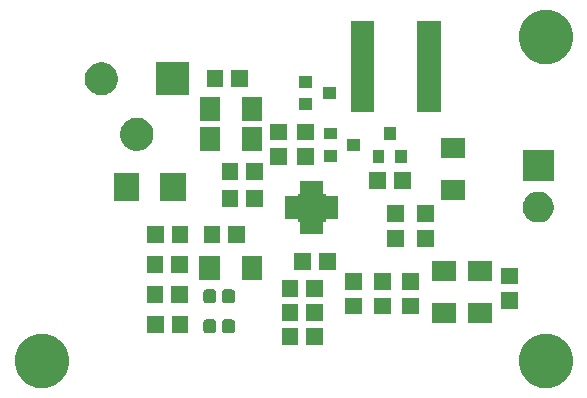
<source format=gbr>
G04 #@! TF.GenerationSoftware,KiCad,Pcbnew,(5.0.1-3-g963ef8bb5)*
G04 #@! TF.CreationDate,2018-11-04T15:31:46-05:00*
G04 #@! TF.ProjectId,Solar LiPo Charger,536F6C6172204C69506F204368617267,1A*
G04 #@! TF.SameCoordinates,Original*
G04 #@! TF.FileFunction,Soldermask,Top*
G04 #@! TF.FilePolarity,Negative*
%FSLAX46Y46*%
G04 Gerber Fmt 4.6, Leading zero omitted, Abs format (unit mm)*
G04 Created by KiCad (PCBNEW (5.0.1-3-g963ef8bb5)) date Sunday, November 04, 2018 at 03:31:46 PM*
%MOMM*%
%LPD*%
G01*
G04 APERTURE LIST*
%ADD10C,0.100000*%
G04 APERTURE END LIST*
D10*
G36*
X150742909Y-95771883D02*
X151039354Y-95830850D01*
X151458214Y-96004347D01*
X151835185Y-96256232D01*
X152155768Y-96576815D01*
X152407653Y-96953786D01*
X152581150Y-97372646D01*
X152669600Y-97817313D01*
X152669600Y-98270687D01*
X152581150Y-98715354D01*
X152407653Y-99134214D01*
X152155768Y-99511185D01*
X151835185Y-99831768D01*
X151458214Y-100083653D01*
X151039354Y-100257150D01*
X150742909Y-100316117D01*
X150594688Y-100345600D01*
X150141312Y-100345600D01*
X149993091Y-100316117D01*
X149696646Y-100257150D01*
X149277786Y-100083653D01*
X148900815Y-99831768D01*
X148580232Y-99511185D01*
X148328347Y-99134214D01*
X148154850Y-98715354D01*
X148066400Y-98270687D01*
X148066400Y-97817313D01*
X148154850Y-97372646D01*
X148328347Y-96953786D01*
X148580232Y-96576815D01*
X148900815Y-96256232D01*
X149277786Y-96004347D01*
X149696646Y-95830850D01*
X149993091Y-95771883D01*
X150141312Y-95742400D01*
X150594688Y-95742400D01*
X150742909Y-95771883D01*
X150742909Y-95771883D01*
G37*
G36*
X108070909Y-95771883D02*
X108367354Y-95830850D01*
X108786214Y-96004347D01*
X109163185Y-96256232D01*
X109483768Y-96576815D01*
X109735653Y-96953786D01*
X109909150Y-97372646D01*
X109997600Y-97817313D01*
X109997600Y-98270687D01*
X109909150Y-98715354D01*
X109735653Y-99134214D01*
X109483768Y-99511185D01*
X109163185Y-99831768D01*
X108786214Y-100083653D01*
X108367354Y-100257150D01*
X108070909Y-100316117D01*
X107922688Y-100345600D01*
X107469312Y-100345600D01*
X107321091Y-100316117D01*
X107024646Y-100257150D01*
X106605786Y-100083653D01*
X106228815Y-99831768D01*
X105908232Y-99511185D01*
X105656347Y-99134214D01*
X105482850Y-98715354D01*
X105394400Y-98270687D01*
X105394400Y-97817313D01*
X105482850Y-97372646D01*
X105656347Y-96953786D01*
X105908232Y-96576815D01*
X106228815Y-96256232D01*
X106605786Y-96004347D01*
X107024646Y-95830850D01*
X107321091Y-95771883D01*
X107469312Y-95742400D01*
X107922688Y-95742400D01*
X108070909Y-95771883D01*
X108070909Y-95771883D01*
G37*
G36*
X131511600Y-96713600D02*
X130108400Y-96713600D01*
X130108400Y-95310400D01*
X131511600Y-95310400D01*
X131511600Y-96713600D01*
X131511600Y-96713600D01*
G37*
G36*
X129411600Y-96713600D02*
X128008400Y-96713600D01*
X128008400Y-95310400D01*
X129411600Y-95310400D01*
X129411600Y-96713600D01*
X129411600Y-96713600D01*
G37*
G36*
X123837533Y-94551332D02*
X123883284Y-94565211D01*
X123925457Y-94587752D01*
X123962416Y-94618084D01*
X123992748Y-94655043D01*
X124015289Y-94697216D01*
X124029168Y-94742967D01*
X124034100Y-94793041D01*
X124034100Y-95452959D01*
X124029168Y-95503033D01*
X124015289Y-95548784D01*
X123992748Y-95590957D01*
X123962416Y-95627916D01*
X123925457Y-95658248D01*
X123883284Y-95680789D01*
X123837533Y-95694668D01*
X123787459Y-95699600D01*
X123202541Y-95699600D01*
X123152467Y-95694668D01*
X123106716Y-95680789D01*
X123064543Y-95658248D01*
X123027584Y-95627916D01*
X122997252Y-95590957D01*
X122974711Y-95548784D01*
X122960832Y-95503033D01*
X122955900Y-95452959D01*
X122955900Y-94793041D01*
X122960832Y-94742967D01*
X122974711Y-94697216D01*
X122997252Y-94655043D01*
X123027584Y-94618084D01*
X123064543Y-94587752D01*
X123106716Y-94565211D01*
X123152467Y-94551332D01*
X123202541Y-94546400D01*
X123787459Y-94546400D01*
X123837533Y-94551332D01*
X123837533Y-94551332D01*
G37*
G36*
X122262533Y-94551332D02*
X122308284Y-94565211D01*
X122350457Y-94587752D01*
X122387416Y-94618084D01*
X122417748Y-94655043D01*
X122440289Y-94697216D01*
X122454168Y-94742967D01*
X122459100Y-94793041D01*
X122459100Y-95452959D01*
X122454168Y-95503033D01*
X122440289Y-95548784D01*
X122417748Y-95590957D01*
X122387416Y-95627916D01*
X122350457Y-95658248D01*
X122308284Y-95680789D01*
X122262533Y-95694668D01*
X122212459Y-95699600D01*
X121627541Y-95699600D01*
X121577467Y-95694668D01*
X121531716Y-95680789D01*
X121489543Y-95658248D01*
X121452584Y-95627916D01*
X121422252Y-95590957D01*
X121399711Y-95548784D01*
X121385832Y-95503033D01*
X121380900Y-95452959D01*
X121380900Y-94793041D01*
X121385832Y-94742967D01*
X121399711Y-94697216D01*
X121422252Y-94655043D01*
X121452584Y-94618084D01*
X121489543Y-94587752D01*
X121531716Y-94565211D01*
X121577467Y-94551332D01*
X121627541Y-94546400D01*
X122212459Y-94546400D01*
X122262533Y-94551332D01*
X122262533Y-94551332D01*
G37*
G36*
X120115600Y-95697600D02*
X118712400Y-95697600D01*
X118712400Y-94294400D01*
X120115600Y-94294400D01*
X120115600Y-95697600D01*
X120115600Y-95697600D01*
G37*
G36*
X118015600Y-95697600D02*
X116612400Y-95697600D01*
X116612400Y-94294400D01*
X118015600Y-94294400D01*
X118015600Y-95697600D01*
X118015600Y-95697600D01*
G37*
G36*
X142733600Y-94875600D02*
X140730400Y-94875600D01*
X140730400Y-93172400D01*
X142733600Y-93172400D01*
X142733600Y-94875600D01*
X142733600Y-94875600D01*
G37*
G36*
X145781600Y-94875600D02*
X143778400Y-94875600D01*
X143778400Y-93172400D01*
X145781600Y-93172400D01*
X145781600Y-94875600D01*
X145781600Y-94875600D01*
G37*
G36*
X131511600Y-94681600D02*
X130108400Y-94681600D01*
X130108400Y-93278400D01*
X131511600Y-93278400D01*
X131511600Y-94681600D01*
X131511600Y-94681600D01*
G37*
G36*
X129411600Y-94681600D02*
X128008400Y-94681600D01*
X128008400Y-93278400D01*
X129411600Y-93278400D01*
X129411600Y-94681600D01*
X129411600Y-94681600D01*
G37*
G36*
X139639600Y-94114600D02*
X138236400Y-94114600D01*
X138236400Y-92711400D01*
X139639600Y-92711400D01*
X139639600Y-94114600D01*
X139639600Y-94114600D01*
G37*
G36*
X137226600Y-94114600D02*
X135823400Y-94114600D01*
X135823400Y-92711400D01*
X137226600Y-92711400D01*
X137226600Y-94114600D01*
X137226600Y-94114600D01*
G37*
G36*
X134813600Y-94114600D02*
X133410400Y-94114600D01*
X133410400Y-92711400D01*
X134813600Y-92711400D01*
X134813600Y-94114600D01*
X134813600Y-94114600D01*
G37*
G36*
X148021600Y-93665600D02*
X146618400Y-93665600D01*
X146618400Y-92262400D01*
X148021600Y-92262400D01*
X148021600Y-93665600D01*
X148021600Y-93665600D01*
G37*
G36*
X123837533Y-92011332D02*
X123883284Y-92025211D01*
X123925457Y-92047752D01*
X123962416Y-92078084D01*
X123992748Y-92115043D01*
X124015289Y-92157216D01*
X124029168Y-92202967D01*
X124034100Y-92253041D01*
X124034100Y-92912959D01*
X124029168Y-92963033D01*
X124015289Y-93008784D01*
X123992748Y-93050957D01*
X123962416Y-93087916D01*
X123925457Y-93118248D01*
X123883284Y-93140789D01*
X123837533Y-93154668D01*
X123787459Y-93159600D01*
X123202541Y-93159600D01*
X123152467Y-93154668D01*
X123106716Y-93140789D01*
X123064543Y-93118248D01*
X123027584Y-93087916D01*
X122997252Y-93050957D01*
X122974711Y-93008784D01*
X122960832Y-92963033D01*
X122955900Y-92912959D01*
X122955900Y-92253041D01*
X122960832Y-92202967D01*
X122974711Y-92157216D01*
X122997252Y-92115043D01*
X123027584Y-92078084D01*
X123064543Y-92047752D01*
X123106716Y-92025211D01*
X123152467Y-92011332D01*
X123202541Y-92006400D01*
X123787459Y-92006400D01*
X123837533Y-92011332D01*
X123837533Y-92011332D01*
G37*
G36*
X122262533Y-92011332D02*
X122308284Y-92025211D01*
X122350457Y-92047752D01*
X122387416Y-92078084D01*
X122417748Y-92115043D01*
X122440289Y-92157216D01*
X122454168Y-92202967D01*
X122459100Y-92253041D01*
X122459100Y-92912959D01*
X122454168Y-92963033D01*
X122440289Y-93008784D01*
X122417748Y-93050957D01*
X122387416Y-93087916D01*
X122350457Y-93118248D01*
X122308284Y-93140789D01*
X122262533Y-93154668D01*
X122212459Y-93159600D01*
X121627541Y-93159600D01*
X121577467Y-93154668D01*
X121531716Y-93140789D01*
X121489543Y-93118248D01*
X121452584Y-93087916D01*
X121422252Y-93050957D01*
X121399711Y-93008784D01*
X121385832Y-92963033D01*
X121380900Y-92912959D01*
X121380900Y-92253041D01*
X121385832Y-92202967D01*
X121399711Y-92157216D01*
X121422252Y-92115043D01*
X121452584Y-92078084D01*
X121489543Y-92047752D01*
X121531716Y-92025211D01*
X121577467Y-92011332D01*
X121627541Y-92006400D01*
X122212459Y-92006400D01*
X122262533Y-92011332D01*
X122262533Y-92011332D01*
G37*
G36*
X120081600Y-93157600D02*
X118678400Y-93157600D01*
X118678400Y-91754400D01*
X120081600Y-91754400D01*
X120081600Y-93157600D01*
X120081600Y-93157600D01*
G37*
G36*
X117981600Y-93157600D02*
X116578400Y-93157600D01*
X116578400Y-91754400D01*
X117981600Y-91754400D01*
X117981600Y-93157600D01*
X117981600Y-93157600D01*
G37*
G36*
X131511600Y-92649600D02*
X130108400Y-92649600D01*
X130108400Y-91246400D01*
X131511600Y-91246400D01*
X131511600Y-92649600D01*
X131511600Y-92649600D01*
G37*
G36*
X129411600Y-92649600D02*
X128008400Y-92649600D01*
X128008400Y-91246400D01*
X129411600Y-91246400D01*
X129411600Y-92649600D01*
X129411600Y-92649600D01*
G37*
G36*
X134813600Y-92014600D02*
X133410400Y-92014600D01*
X133410400Y-90611400D01*
X134813600Y-90611400D01*
X134813600Y-92014600D01*
X134813600Y-92014600D01*
G37*
G36*
X137226600Y-92014600D02*
X135823400Y-92014600D01*
X135823400Y-90611400D01*
X137226600Y-90611400D01*
X137226600Y-92014600D01*
X137226600Y-92014600D01*
G37*
G36*
X139639600Y-92014600D02*
X138236400Y-92014600D01*
X138236400Y-90611400D01*
X139639600Y-90611400D01*
X139639600Y-92014600D01*
X139639600Y-92014600D01*
G37*
G36*
X148021600Y-91565600D02*
X146618400Y-91565600D01*
X146618400Y-90162400D01*
X148021600Y-90162400D01*
X148021600Y-91565600D01*
X148021600Y-91565600D01*
G37*
G36*
X145781600Y-91275600D02*
X143778400Y-91275600D01*
X143778400Y-89572400D01*
X145781600Y-89572400D01*
X145781600Y-91275600D01*
X145781600Y-91275600D01*
G37*
G36*
X142733600Y-91275600D02*
X140730400Y-91275600D01*
X140730400Y-89572400D01*
X142733600Y-89572400D01*
X142733600Y-91275600D01*
X142733600Y-91275600D01*
G37*
G36*
X126349600Y-91171600D02*
X124646400Y-91171600D01*
X124646400Y-89168400D01*
X126349600Y-89168400D01*
X126349600Y-91171600D01*
X126349600Y-91171600D01*
G37*
G36*
X122749600Y-91171600D02*
X121046400Y-91171600D01*
X121046400Y-89168400D01*
X122749600Y-89168400D01*
X122749600Y-91171600D01*
X122749600Y-91171600D01*
G37*
G36*
X120081600Y-90617600D02*
X118678400Y-90617600D01*
X118678400Y-89214400D01*
X120081600Y-89214400D01*
X120081600Y-90617600D01*
X120081600Y-90617600D01*
G37*
G36*
X117981600Y-90617600D02*
X116578400Y-90617600D01*
X116578400Y-89214400D01*
X117981600Y-89214400D01*
X117981600Y-90617600D01*
X117981600Y-90617600D01*
G37*
G36*
X130495600Y-90363600D02*
X129092400Y-90363600D01*
X129092400Y-88960400D01*
X130495600Y-88960400D01*
X130495600Y-90363600D01*
X130495600Y-90363600D01*
G37*
G36*
X132595600Y-90363600D02*
X131192400Y-90363600D01*
X131192400Y-88960400D01*
X132595600Y-88960400D01*
X132595600Y-90363600D01*
X132595600Y-90363600D01*
G37*
G36*
X138369600Y-88399600D02*
X136966400Y-88399600D01*
X136966400Y-86996400D01*
X138369600Y-86996400D01*
X138369600Y-88399600D01*
X138369600Y-88399600D01*
G37*
G36*
X140909600Y-88399600D02*
X139506400Y-88399600D01*
X139506400Y-86996400D01*
X140909600Y-86996400D01*
X140909600Y-88399600D01*
X140909600Y-88399600D01*
G37*
G36*
X120115600Y-88077600D02*
X118712400Y-88077600D01*
X118712400Y-86674400D01*
X120115600Y-86674400D01*
X120115600Y-88077600D01*
X120115600Y-88077600D01*
G37*
G36*
X118015600Y-88077600D02*
X116612400Y-88077600D01*
X116612400Y-86674400D01*
X118015600Y-86674400D01*
X118015600Y-88077600D01*
X118015600Y-88077600D01*
G37*
G36*
X122807600Y-88077600D02*
X121404400Y-88077600D01*
X121404400Y-86674400D01*
X122807600Y-86674400D01*
X122807600Y-88077600D01*
X122807600Y-88077600D01*
G37*
G36*
X124907600Y-88077600D02*
X123504400Y-88077600D01*
X123504400Y-86674400D01*
X124907600Y-86674400D01*
X124907600Y-88077600D01*
X124907600Y-88077600D01*
G37*
G36*
X131547789Y-83867600D02*
X131548765Y-83877511D01*
X131551656Y-83887040D01*
X131556350Y-83895823D01*
X131562668Y-83903521D01*
X131570366Y-83909839D01*
X131579149Y-83914533D01*
X131588678Y-83917424D01*
X131598589Y-83918400D01*
X131727600Y-83918400D01*
X131727600Y-84047599D01*
X131728576Y-84057510D01*
X131731467Y-84067039D01*
X131736161Y-84075822D01*
X131742479Y-84083520D01*
X131750177Y-84089838D01*
X131758960Y-84094532D01*
X131768489Y-84097423D01*
X131778400Y-84098399D01*
X132807602Y-84098399D01*
X132807602Y-86081601D01*
X131778400Y-86081601D01*
X131768489Y-86082577D01*
X131758960Y-86085468D01*
X131750177Y-86090162D01*
X131742479Y-86096480D01*
X131736161Y-86104178D01*
X131731467Y-86112961D01*
X131728576Y-86122490D01*
X131727600Y-86132401D01*
X131727600Y-86261600D01*
X131598589Y-86261600D01*
X131588678Y-86262576D01*
X131579149Y-86265467D01*
X131570366Y-86270161D01*
X131562668Y-86276479D01*
X131556350Y-86284177D01*
X131551656Y-86292960D01*
X131548765Y-86302489D01*
X131547789Y-86312400D01*
X131547789Y-87341602D01*
X129564211Y-87341602D01*
X129564211Y-86312400D01*
X129563235Y-86302489D01*
X129560344Y-86292960D01*
X129555650Y-86284177D01*
X129549332Y-86276479D01*
X129541634Y-86270161D01*
X129532851Y-86265467D01*
X129523322Y-86262576D01*
X129513411Y-86261600D01*
X129384400Y-86261600D01*
X129384400Y-86132401D01*
X129383424Y-86122490D01*
X129380533Y-86112961D01*
X129375839Y-86104178D01*
X129369521Y-86096480D01*
X129361823Y-86090162D01*
X129353040Y-86085468D01*
X129343511Y-86082577D01*
X129333600Y-86081601D01*
X128304398Y-86081601D01*
X128304398Y-84098399D01*
X129333600Y-84098399D01*
X129343511Y-84097423D01*
X129353040Y-84094532D01*
X129361823Y-84089838D01*
X129369521Y-84083520D01*
X129375839Y-84075822D01*
X129380533Y-84067039D01*
X129383424Y-84057510D01*
X129384400Y-84047599D01*
X129384400Y-83918400D01*
X129513411Y-83918400D01*
X129523322Y-83917424D01*
X129532851Y-83914533D01*
X129541634Y-83909839D01*
X129549332Y-83903521D01*
X129555650Y-83895823D01*
X129560344Y-83887040D01*
X129563235Y-83877511D01*
X129564211Y-83867600D01*
X129564211Y-82838398D01*
X131547789Y-82838398D01*
X131547789Y-83867600D01*
X131547789Y-83867600D01*
G37*
G36*
X150112665Y-83782420D02*
X150349537Y-83880535D01*
X150562723Y-84022982D01*
X150744018Y-84204277D01*
X150886465Y-84417463D01*
X150984580Y-84654335D01*
X151034600Y-84905804D01*
X151034600Y-85162196D01*
X150984580Y-85413665D01*
X150886465Y-85650537D01*
X150744018Y-85863723D01*
X150562723Y-86045018D01*
X150349537Y-86187465D01*
X150112665Y-86285580D01*
X149861196Y-86335600D01*
X149604804Y-86335600D01*
X149353335Y-86285580D01*
X149116463Y-86187465D01*
X148903277Y-86045018D01*
X148721982Y-85863723D01*
X148579535Y-85650537D01*
X148481420Y-85413665D01*
X148431400Y-85162196D01*
X148431400Y-84905804D01*
X148481420Y-84654335D01*
X148579535Y-84417463D01*
X148721982Y-84204277D01*
X148903277Y-84022982D01*
X149116463Y-83880535D01*
X149353335Y-83782420D01*
X149604804Y-83732400D01*
X149861196Y-83732400D01*
X150112665Y-83782420D01*
X150112665Y-83782420D01*
G37*
G36*
X140909600Y-86299600D02*
X139506400Y-86299600D01*
X139506400Y-84896400D01*
X140909600Y-84896400D01*
X140909600Y-86299600D01*
X140909600Y-86299600D01*
G37*
G36*
X138369600Y-86299600D02*
X136966400Y-86299600D01*
X136966400Y-84896400D01*
X138369600Y-84896400D01*
X138369600Y-86299600D01*
X138369600Y-86299600D01*
G37*
G36*
X124331600Y-85029600D02*
X122928400Y-85029600D01*
X122928400Y-83626400D01*
X124331600Y-83626400D01*
X124331600Y-85029600D01*
X124331600Y-85029600D01*
G37*
G36*
X126431600Y-85029600D02*
X125028400Y-85029600D01*
X125028400Y-83626400D01*
X126431600Y-83626400D01*
X126431600Y-85029600D01*
X126431600Y-85029600D01*
G37*
G36*
X115951000Y-84493100D02*
X113792000Y-84493100D01*
X113792000Y-82130900D01*
X115951000Y-82130900D01*
X115951000Y-84493100D01*
X115951000Y-84493100D01*
G37*
G36*
X119888000Y-84493100D02*
X117729000Y-84493100D01*
X117729000Y-82130900D01*
X119888000Y-82130900D01*
X119888000Y-84493100D01*
X119888000Y-84493100D01*
G37*
G36*
X143495600Y-84461600D02*
X141492400Y-84461600D01*
X141492400Y-82758400D01*
X143495600Y-82758400D01*
X143495600Y-84461600D01*
X143495600Y-84461600D01*
G37*
G36*
X136845600Y-83505600D02*
X135442400Y-83505600D01*
X135442400Y-82102400D01*
X136845600Y-82102400D01*
X136845600Y-83505600D01*
X136845600Y-83505600D01*
G37*
G36*
X138945600Y-83505600D02*
X137542400Y-83505600D01*
X137542400Y-82102400D01*
X138945600Y-82102400D01*
X138945600Y-83505600D01*
X138945600Y-83505600D01*
G37*
G36*
X151034600Y-82835600D02*
X148431400Y-82835600D01*
X148431400Y-80232400D01*
X151034600Y-80232400D01*
X151034600Y-82835600D01*
X151034600Y-82835600D01*
G37*
G36*
X124331600Y-82743600D02*
X122928400Y-82743600D01*
X122928400Y-81340400D01*
X124331600Y-81340400D01*
X124331600Y-82743600D01*
X124331600Y-82743600D01*
G37*
G36*
X126431600Y-82743600D02*
X125028400Y-82743600D01*
X125028400Y-81340400D01*
X126431600Y-81340400D01*
X126431600Y-82743600D01*
X126431600Y-82743600D01*
G37*
G36*
X130749600Y-81473600D02*
X129346400Y-81473600D01*
X129346400Y-80070400D01*
X130749600Y-80070400D01*
X130749600Y-81473600D01*
X130749600Y-81473600D01*
G37*
G36*
X128463600Y-81473600D02*
X127060400Y-81473600D01*
X127060400Y-80070400D01*
X128463600Y-80070400D01*
X128463600Y-81473600D01*
X128463600Y-81473600D01*
G37*
G36*
X138611600Y-81341600D02*
X137608400Y-81341600D01*
X137608400Y-80238400D01*
X138611600Y-80238400D01*
X138611600Y-81341600D01*
X138611600Y-81341600D01*
G37*
G36*
X136711600Y-81341600D02*
X135708400Y-81341600D01*
X135708400Y-80238400D01*
X136711600Y-80238400D01*
X136711600Y-81341600D01*
X136711600Y-81341600D01*
G37*
G36*
X132681600Y-81207600D02*
X131578400Y-81207600D01*
X131578400Y-80204400D01*
X132681600Y-80204400D01*
X132681600Y-81207600D01*
X132681600Y-81207600D01*
G37*
G36*
X143495600Y-80861600D02*
X141492400Y-80861600D01*
X141492400Y-79158400D01*
X143495600Y-79158400D01*
X143495600Y-80861600D01*
X143495600Y-80861600D01*
G37*
G36*
X116153833Y-77520262D02*
X116408905Y-77625916D01*
X116638469Y-77779307D01*
X116833693Y-77974531D01*
X116987084Y-78204095D01*
X117092738Y-78459167D01*
X117146600Y-78729954D01*
X117146600Y-79006046D01*
X117092738Y-79276833D01*
X116987084Y-79531905D01*
X116833693Y-79761469D01*
X116638469Y-79956693D01*
X116408905Y-80110084D01*
X116153833Y-80215738D01*
X115883046Y-80269600D01*
X115606954Y-80269600D01*
X115336167Y-80215738D01*
X115081095Y-80110084D01*
X114851531Y-79956693D01*
X114656307Y-79761469D01*
X114502916Y-79531905D01*
X114397262Y-79276833D01*
X114343400Y-79006046D01*
X114343400Y-78729954D01*
X114397262Y-78459167D01*
X114502916Y-78204095D01*
X114656307Y-77974531D01*
X114851531Y-77779307D01*
X115081095Y-77625916D01*
X115336167Y-77520262D01*
X115606954Y-77466400D01*
X115883046Y-77466400D01*
X116153833Y-77520262D01*
X116153833Y-77520262D01*
G37*
G36*
X134681600Y-80257600D02*
X133578400Y-80257600D01*
X133578400Y-79254400D01*
X134681600Y-79254400D01*
X134681600Y-80257600D01*
X134681600Y-80257600D01*
G37*
G36*
X126371600Y-80249600D02*
X124668400Y-80249600D01*
X124668400Y-78246400D01*
X126371600Y-78246400D01*
X126371600Y-80249600D01*
X126371600Y-80249600D01*
G37*
G36*
X122771600Y-80249600D02*
X121068400Y-80249600D01*
X121068400Y-78246400D01*
X122771600Y-78246400D01*
X122771600Y-80249600D01*
X122771600Y-80249600D01*
G37*
G36*
X128463600Y-79373600D02*
X127060400Y-79373600D01*
X127060400Y-77970400D01*
X128463600Y-77970400D01*
X128463600Y-79373600D01*
X128463600Y-79373600D01*
G37*
G36*
X130749600Y-79373600D02*
X129346400Y-79373600D01*
X129346400Y-77970400D01*
X130749600Y-77970400D01*
X130749600Y-79373600D01*
X130749600Y-79373600D01*
G37*
G36*
X137661600Y-79341600D02*
X136658400Y-79341600D01*
X136658400Y-78238400D01*
X137661600Y-78238400D01*
X137661600Y-79341600D01*
X137661600Y-79341600D01*
G37*
G36*
X132681600Y-79307600D02*
X131578400Y-79307600D01*
X131578400Y-78304400D01*
X132681600Y-78304400D01*
X132681600Y-79307600D01*
X132681600Y-79307600D01*
G37*
G36*
X126371600Y-77709600D02*
X124668400Y-77709600D01*
X124668400Y-75706400D01*
X126371600Y-75706400D01*
X126371600Y-77709600D01*
X126371600Y-77709600D01*
G37*
G36*
X122771600Y-77709600D02*
X121068400Y-77709600D01*
X121068400Y-75706400D01*
X122771600Y-75706400D01*
X122771600Y-77709600D01*
X122771600Y-77709600D01*
G37*
G36*
X141458950Y-77000100D02*
X139465050Y-77000100D01*
X139465050Y-69303900D01*
X141458950Y-69303900D01*
X141458950Y-77000100D01*
X141458950Y-77000100D01*
G37*
G36*
X135858250Y-77000100D02*
X133864350Y-77000100D01*
X133864350Y-69303900D01*
X135858250Y-69303900D01*
X135858250Y-77000100D01*
X135858250Y-77000100D01*
G37*
G36*
X130615600Y-76828600D02*
X129512400Y-76828600D01*
X129512400Y-75825400D01*
X130615600Y-75825400D01*
X130615600Y-76828600D01*
X130615600Y-76828600D01*
G37*
G36*
X132615600Y-75878600D02*
X131512400Y-75878600D01*
X131512400Y-74875400D01*
X132615600Y-74875400D01*
X132615600Y-75878600D01*
X132615600Y-75878600D01*
G37*
G36*
X120146600Y-75569600D02*
X117343400Y-75569600D01*
X117343400Y-72766400D01*
X120146600Y-72766400D01*
X120146600Y-75569600D01*
X120146600Y-75569600D01*
G37*
G36*
X113153833Y-72820262D02*
X113408905Y-72925916D01*
X113638469Y-73079307D01*
X113833693Y-73274531D01*
X113987084Y-73504095D01*
X114092738Y-73759167D01*
X114146600Y-74029954D01*
X114146600Y-74306046D01*
X114092738Y-74576833D01*
X113987084Y-74831905D01*
X113833693Y-75061469D01*
X113638469Y-75256693D01*
X113408905Y-75410084D01*
X113153833Y-75515738D01*
X112883046Y-75569600D01*
X112606954Y-75569600D01*
X112336167Y-75515738D01*
X112081095Y-75410084D01*
X111851531Y-75256693D01*
X111656307Y-75061469D01*
X111502916Y-74831905D01*
X111397262Y-74576833D01*
X111343400Y-74306046D01*
X111343400Y-74029954D01*
X111397262Y-73759167D01*
X111502916Y-73504095D01*
X111656307Y-73274531D01*
X111851531Y-73079307D01*
X112081095Y-72925916D01*
X112336167Y-72820262D01*
X112606954Y-72766400D01*
X112883046Y-72766400D01*
X113153833Y-72820262D01*
X113153833Y-72820262D01*
G37*
G36*
X130615600Y-74928600D02*
X129512400Y-74928600D01*
X129512400Y-73925400D01*
X130615600Y-73925400D01*
X130615600Y-74928600D01*
X130615600Y-74928600D01*
G37*
G36*
X123061600Y-74869600D02*
X121658400Y-74869600D01*
X121658400Y-73466400D01*
X123061600Y-73466400D01*
X123061600Y-74869600D01*
X123061600Y-74869600D01*
G37*
G36*
X125161600Y-74869600D02*
X123758400Y-74869600D01*
X123758400Y-73466400D01*
X125161600Y-73466400D01*
X125161600Y-74869600D01*
X125161600Y-74869600D01*
G37*
G36*
X150742909Y-68339883D02*
X151039354Y-68398850D01*
X151458214Y-68572347D01*
X151835185Y-68824232D01*
X152155768Y-69144815D01*
X152407653Y-69521786D01*
X152581150Y-69940646D01*
X152669600Y-70385313D01*
X152669600Y-70838687D01*
X152581150Y-71283354D01*
X152407653Y-71702214D01*
X152155768Y-72079185D01*
X151835185Y-72399768D01*
X151458214Y-72651653D01*
X151039354Y-72825150D01*
X150742909Y-72884117D01*
X150594688Y-72913600D01*
X150141312Y-72913600D01*
X149993091Y-72884117D01*
X149696646Y-72825150D01*
X149277786Y-72651653D01*
X148900815Y-72399768D01*
X148580232Y-72079185D01*
X148328347Y-71702214D01*
X148154850Y-71283354D01*
X148066400Y-70838687D01*
X148066400Y-70385313D01*
X148154850Y-69940646D01*
X148328347Y-69521786D01*
X148580232Y-69144815D01*
X148900815Y-68824232D01*
X149277786Y-68572347D01*
X149696646Y-68398850D01*
X149993091Y-68339883D01*
X150141312Y-68310400D01*
X150594688Y-68310400D01*
X150742909Y-68339883D01*
X150742909Y-68339883D01*
G37*
M02*

</source>
